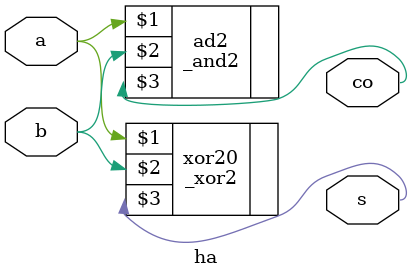
<source format=v>
module ha(a, b, co, s);		// half adder
	input a, b;
	output co, s;
	
	_xor2 xor20(a, b, s);		// s = a ^ b
	_and2 ad2(a, b, co);		// co = a & b
	
endmodule

</source>
